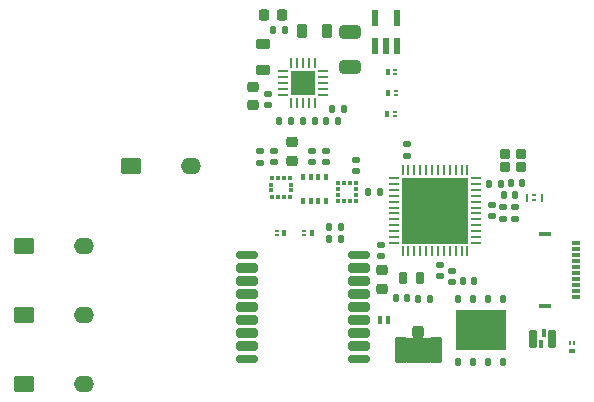
<source format=gbr>
%TF.GenerationSoftware,KiCad,Pcbnew,9.0.5*%
%TF.CreationDate,2025-10-31T14:43:10-07:00*%
%TF.ProjectId,digi_watch,64696769-5f77-4617-9463-682e6b696361,rev?*%
%TF.SameCoordinates,Original*%
%TF.FileFunction,Soldermask,Top*%
%TF.FilePolarity,Negative*%
%FSLAX46Y46*%
G04 Gerber Fmt 4.6, Leading zero omitted, Abs format (unit mm)*
G04 Created by KiCad (PCBNEW 9.0.5) date 2025-10-31 14:43:10*
%MOMM*%
%LPD*%
G01*
G04 APERTURE LIST*
G04 Aperture macros list*
%AMRoundRect*
0 Rectangle with rounded corners*
0 $1 Rounding radius*
0 $2 $3 $4 $5 $6 $7 $8 $9 X,Y pos of 4 corners*
0 Add a 4 corners polygon primitive as box body*
4,1,4,$2,$3,$4,$5,$6,$7,$8,$9,$2,$3,0*
0 Add four circle primitives for the rounded corners*
1,1,$1+$1,$2,$3*
1,1,$1+$1,$4,$5*
1,1,$1+$1,$6,$7*
1,1,$1+$1,$8,$9*
0 Add four rect primitives between the rounded corners*
20,1,$1+$1,$2,$3,$4,$5,0*
20,1,$1+$1,$4,$5,$6,$7,0*
20,1,$1+$1,$6,$7,$8,$9,0*
20,1,$1+$1,$8,$9,$2,$3,0*%
G04 Aperture macros list end*
%ADD10RoundRect,0.250000X0.650000X-0.325000X0.650000X0.325000X-0.650000X0.325000X-0.650000X-0.325000X0*%
%ADD11RoundRect,0.102000X-0.200000X-0.700000X0.200000X-0.700000X0.200000X0.700000X-0.200000X0.700000X0*%
%ADD12RoundRect,0.102000X-0.100000X-0.250000X0.100000X-0.250000X0.100000X0.250000X-0.100000X0.250000X0*%
%ADD13RoundRect,0.125000X0.125000X-0.250000X0.125000X0.250000X-0.125000X0.250000X-0.125000X-0.250000X0*%
%ADD14R,4.300000X3.400000*%
%ADD15RoundRect,0.150000X0.150000X0.400000X-0.150000X0.400000X-0.150000X-0.400000X0.150000X-0.400000X0*%
%ADD16RoundRect,0.225000X-0.250000X0.225000X-0.250000X-0.225000X0.250000X-0.225000X0.250000X0.225000X0*%
%ADD17RoundRect,0.135000X0.135000X0.185000X-0.135000X0.185000X-0.135000X-0.185000X0.135000X-0.185000X0*%
%ADD18RoundRect,0.225000X0.250000X-0.225000X0.250000X0.225000X-0.250000X0.225000X-0.250000X-0.225000X0*%
%ADD19RoundRect,0.140000X0.170000X-0.140000X0.170000X0.140000X-0.170000X0.140000X-0.170000X-0.140000X0*%
%ADD20RoundRect,0.140000X-0.140000X-0.170000X0.140000X-0.170000X0.140000X0.170000X-0.140000X0.170000X0*%
%ADD21RoundRect,0.175000X-0.725000X-0.175000X0.725000X-0.175000X0.725000X0.175000X-0.725000X0.175000X0*%
%ADD22RoundRect,0.200000X-0.700000X-0.200000X0.700000X-0.200000X0.700000X0.200000X-0.700000X0.200000X0*%
%ADD23RoundRect,0.249200X-0.600800X-0.450800X0.600800X-0.450800X0.600800X0.450800X-0.600800X0.450800X0*%
%ADD24O,1.700000X1.400000*%
%ADD25RoundRect,0.218750X0.381250X-0.218750X0.381250X0.218750X-0.381250X0.218750X-0.381250X-0.218750X0*%
%ADD26RoundRect,0.062500X-0.375000X-0.062500X0.375000X-0.062500X0.375000X0.062500X-0.375000X0.062500X0*%
%ADD27RoundRect,0.062500X-0.062500X-0.375000X0.062500X-0.375000X0.062500X0.375000X-0.062500X0.375000X0*%
%ADD28R,2.000000X2.000000*%
%ADD29RoundRect,0.062500X0.062500X-0.375000X0.062500X0.375000X-0.062500X0.375000X-0.062500X-0.375000X0*%
%ADD30RoundRect,0.062500X0.375000X-0.062500X0.375000X0.062500X-0.375000X0.062500X-0.375000X-0.062500X0*%
%ADD31R,5.600000X5.600000*%
%ADD32RoundRect,0.140000X-0.170000X0.140000X-0.170000X-0.140000X0.170000X-0.140000X0.170000X0.140000X0*%
%ADD33RoundRect,0.225000X-0.225000X-0.250000X0.225000X-0.250000X0.225000X0.250000X-0.225000X0.250000X0*%
%ADD34RoundRect,0.135000X-0.135000X-0.185000X0.135000X-0.185000X0.135000X0.185000X-0.135000X0.185000X0*%
%ADD35R,0.558800X1.320800*%
%ADD36R,0.354000X0.558000*%
%ADD37R,0.354000X0.202400*%
%ADD38R,0.279400X0.711200*%
%ADD39R,0.457200X0.254000*%
%ADD40RoundRect,0.250000X-0.250000X0.275000X-0.250000X-0.275000X0.250000X-0.275000X0.250000X0.275000X0*%
%ADD41RoundRect,0.250000X-0.275000X0.850000X-0.275000X-0.850000X0.275000X-0.850000X0.275000X0.850000X0*%
%ADD42RoundRect,0.218750X-0.218750X-0.381250X0.218750X-0.381250X0.218750X0.381250X-0.218750X0.381250X0*%
%ADD43RoundRect,0.050000X-0.150000X-0.300000X0.150000X-0.300000X0.150000X0.300000X-0.150000X0.300000X0*%
%ADD44RoundRect,0.200000X-0.250000X-0.200000X0.250000X-0.200000X0.250000X0.200000X-0.250000X0.200000X0*%
%ADD45RoundRect,0.147500X-0.147500X-0.172500X0.147500X-0.172500X0.147500X0.172500X-0.147500X0.172500X0*%
%ADD46R,0.375000X0.350000*%
%ADD47R,0.350000X0.375000*%
%ADD48RoundRect,0.140000X0.140000X0.170000X-0.140000X0.170000X-0.140000X-0.170000X0.140000X-0.170000X0*%
%ADD49R,0.355600X0.381000*%
%ADD50R,0.381000X0.355600*%
%ADD51R,0.558000X0.354000*%
%ADD52R,0.202400X0.354000*%
%ADD53R,0.700000X0.300000*%
%ADD54R,1.000000X0.300000*%
%ADD55R,0.350000X0.500000*%
G04 APERTURE END LIST*
%TO.C,J3*%
G36*
X129240000Y-109105000D02*
G01*
X127360000Y-109105000D01*
X127360000Y-111195000D01*
X129240000Y-111195000D01*
X129240000Y-109105000D01*
G37*
%TD*%
D10*
%TO.C,C7*%
X122500000Y-86162500D03*
X122500000Y-83212500D03*
%TD*%
D11*
%TO.C,Y3*%
X138000000Y-109150000D03*
D12*
X138700000Y-109600000D03*
D11*
X139600000Y-109150000D03*
D12*
X138900000Y-108700000D03*
%TD*%
D13*
%TO.C,U7*%
X131670000Y-111150000D03*
X132940000Y-111150000D03*
X134210000Y-111150000D03*
X135480000Y-111150000D03*
X135480000Y-105750000D03*
X134210000Y-105750000D03*
X132940000Y-105750000D03*
X131670000Y-105750000D03*
D14*
X133575000Y-108450000D03*
%TD*%
D15*
%TO.C,Y1*%
X128400000Y-104000000D03*
X127000000Y-104000000D03*
%TD*%
D16*
%TO.C,C25*%
X125200000Y-103375000D03*
X125200000Y-104925000D03*
%TD*%
D17*
%TO.C,R9*%
X121520000Y-90687500D03*
X120500000Y-90687500D03*
%TD*%
D18*
%TO.C,C19*%
X117600000Y-94075000D03*
X117600000Y-92525000D03*
%TD*%
D19*
%TO.C,C1*%
X125100000Y-102160000D03*
X125100000Y-101200000D03*
%TD*%
D20*
%TO.C,C17*%
X134290000Y-96030000D03*
X135250000Y-96030000D03*
%TD*%
D21*
%TO.C,U2*%
X113750000Y-102100000D03*
D22*
X113750000Y-103200000D03*
X113750000Y-104300000D03*
X113750000Y-105400000D03*
X113750000Y-106500000D03*
X113750000Y-107600000D03*
X113750000Y-108700000D03*
X113750000Y-109800000D03*
D21*
X113750000Y-110900000D03*
X123250000Y-110900000D03*
D22*
X123250000Y-109800000D03*
X123250000Y-108700000D03*
X123250000Y-107600000D03*
X123250000Y-106500000D03*
X123250000Y-105400000D03*
X123250000Y-104300000D03*
X123250000Y-103200000D03*
D21*
X123250000Y-102100000D03*
%TD*%
D23*
%TO.C,D2*%
X103960000Y-94500000D03*
D24*
X109040000Y-94500000D03*
%TD*%
D19*
%TO.C,C21*%
X114900000Y-94260000D03*
X114900000Y-93300000D03*
%TD*%
%TO.C,C20*%
X116100000Y-94180000D03*
X116100000Y-93220000D03*
%TD*%
D25*
%TO.C,L2*%
X115100000Y-86362500D03*
X115100000Y-84237500D03*
%TD*%
D26*
%TO.C,U1*%
X116812500Y-86500000D03*
X116812500Y-87000000D03*
X116812500Y-87500000D03*
X116812500Y-88000000D03*
X116812500Y-88500000D03*
D27*
X117500000Y-89187500D03*
X118000000Y-89187500D03*
X118500000Y-89187500D03*
X119000000Y-89187500D03*
X119500000Y-89187500D03*
D26*
X120187500Y-88500000D03*
X120187500Y-88000000D03*
X120187500Y-87500000D03*
X120187500Y-87000000D03*
X120187500Y-86500000D03*
D27*
X119500000Y-85812500D03*
X119000000Y-85812500D03*
X118500000Y-85812500D03*
X118000000Y-85812500D03*
X117500000Y-85812500D03*
D28*
X118500000Y-87500000D03*
%TD*%
D29*
%TO.C,U4*%
X126950000Y-101737500D03*
X127450000Y-101737500D03*
X127950000Y-101737500D03*
X128450000Y-101737500D03*
X128950000Y-101737500D03*
X129450000Y-101737500D03*
X129950000Y-101737500D03*
X130450000Y-101737500D03*
X130950000Y-101737500D03*
X131450000Y-101737500D03*
X131950000Y-101737500D03*
X132450000Y-101737500D03*
D30*
X133137500Y-101050000D03*
X133137500Y-100550000D03*
X133137500Y-100050000D03*
X133137500Y-99550000D03*
X133137500Y-99050000D03*
X133137500Y-98550000D03*
X133137500Y-98050000D03*
X133137500Y-97550000D03*
X133137500Y-97050000D03*
X133137500Y-96550000D03*
X133137500Y-96050000D03*
X133137500Y-95550000D03*
D29*
X132450000Y-94862500D03*
X131950000Y-94862500D03*
X131450000Y-94862500D03*
X130950000Y-94862500D03*
X130450000Y-94862500D03*
X129950000Y-94862500D03*
X129450000Y-94862500D03*
X128950000Y-94862500D03*
X128450000Y-94862500D03*
X127950000Y-94862500D03*
X127450000Y-94862500D03*
X126950000Y-94862500D03*
D30*
X126262500Y-95550000D03*
X126262500Y-96050000D03*
X126262500Y-96550000D03*
X126262500Y-97050000D03*
X126262500Y-97550000D03*
X126262500Y-98050000D03*
X126262500Y-98550000D03*
X126262500Y-99050000D03*
X126262500Y-99550000D03*
X126262500Y-100050000D03*
X126262500Y-100550000D03*
X126262500Y-101050000D03*
D31*
X129700000Y-98300000D03*
%TD*%
D32*
%TO.C,C2*%
X134500000Y-97840000D03*
X134500000Y-98800000D03*
%TD*%
D33*
%TO.C,C11*%
X115225000Y-81750000D03*
X116775000Y-81750000D03*
%TD*%
D23*
%TO.C,D5*%
X94920000Y-113000000D03*
D24*
X100000000Y-113000000D03*
%TD*%
D17*
%TO.C,R8*%
X122010000Y-89687500D03*
X120990000Y-89687500D03*
%TD*%
D34*
%TO.C,R6*%
X118490000Y-90687500D03*
X119510000Y-90687500D03*
%TD*%
D35*
%TO.C,U9*%
X124599998Y-84387600D03*
X125549999Y-84387600D03*
X126500000Y-84387600D03*
X126500000Y-82000000D03*
X124599998Y-82000000D03*
%TD*%
D36*
%TO.C,Q5*%
X125700000Y-86600000D03*
D37*
X126355200Y-86775000D03*
X126355200Y-86425000D03*
%TD*%
D38*
%TO.C,U8*%
X137500000Y-97200000D03*
D39*
X138109600Y-96971400D03*
D38*
X138719200Y-97200000D03*
D39*
X138109600Y-97428600D03*
%TD*%
D19*
%TO.C,C3*%
X127350000Y-93660000D03*
X127350000Y-92700000D03*
%TD*%
%TO.C,C6*%
X123000000Y-94960000D03*
X123000000Y-94000000D03*
%TD*%
D32*
%TO.C,C24*%
X131100000Y-103420000D03*
X131100000Y-104380000D03*
%TD*%
D20*
%TO.C,C18*%
X136120000Y-96000000D03*
X137080000Y-96000000D03*
%TD*%
D40*
%TO.C,J3*%
X128300000Y-108570000D03*
D41*
X129775000Y-110095000D03*
X126825000Y-110095000D03*
%TD*%
D19*
%TO.C,C5*%
X119300000Y-94180000D03*
X119300000Y-93220000D03*
%TD*%
D23*
%TO.C,D3*%
X94920000Y-101300000D03*
D24*
X100000000Y-101300000D03*
%TD*%
D42*
%TO.C,L1*%
X118437500Y-83100000D03*
X120562500Y-83100000D03*
%TD*%
D43*
%TO.C,D6*%
X125050000Y-107550000D03*
X125750000Y-107550000D03*
%TD*%
D44*
%TO.C,Y2*%
X135600000Y-94650000D03*
X137000000Y-94650000D03*
X137000000Y-93550000D03*
X135600000Y-93550000D03*
%TD*%
D34*
%TO.C,R12*%
X120690000Y-99700000D03*
X121710000Y-99700000D03*
%TD*%
D45*
%TO.C,L4*%
X135515000Y-97000000D03*
X136485000Y-97000000D03*
%TD*%
D46*
%TO.C,U5*%
X123000000Y-97500000D03*
X123000000Y-97000000D03*
X123000000Y-96500000D03*
X123000000Y-96000000D03*
D47*
X122487500Y-95987500D03*
X121987500Y-95987500D03*
D46*
X121475000Y-96000000D03*
X121475000Y-96500000D03*
X121475000Y-97000000D03*
X121475000Y-97500000D03*
D47*
X121987500Y-97512500D03*
X122487500Y-97512500D03*
%TD*%
D16*
%TO.C,C10*%
X114300000Y-87825000D03*
X114300000Y-89375000D03*
%TD*%
D48*
%TO.C,C8*%
X127360000Y-105700000D03*
X126400000Y-105700000D03*
%TD*%
D20*
%TO.C,C22*%
X132070000Y-104300000D03*
X133030000Y-104300000D03*
%TD*%
D49*
%TO.C,U6*%
X115888199Y-97188200D03*
X116388200Y-97188200D03*
X116888200Y-97188200D03*
X117388201Y-97188200D03*
D50*
X117476400Y-96600000D03*
X117476400Y-96100000D03*
D49*
X117388201Y-95511800D03*
X116888200Y-95511800D03*
X116388200Y-95511800D03*
X115888199Y-95511800D03*
D50*
X115800000Y-96100000D03*
X115800000Y-96600000D03*
%TD*%
D20*
%TO.C,C12*%
X116020000Y-83000000D03*
X116980000Y-83000000D03*
%TD*%
D32*
%TO.C,C14*%
X135500000Y-98020000D03*
X135500000Y-98980000D03*
%TD*%
D19*
%TO.C,C4*%
X120500000Y-94180000D03*
X120500000Y-93220000D03*
%TD*%
D51*
%TO.C,Q6*%
X141275000Y-110155200D03*
D52*
X141450000Y-109500000D03*
X141100000Y-109500000D03*
%TD*%
D53*
%TO.C,J1*%
X141650000Y-101090000D03*
X141650000Y-101589999D03*
X141650000Y-102090001D03*
X141650000Y-102590000D03*
X141650000Y-103089999D03*
X141650000Y-103590000D03*
X141650000Y-104089999D03*
X141650000Y-104590001D03*
X141650000Y-105090000D03*
X141650000Y-105589999D03*
D54*
X139000000Y-100300000D03*
X139000000Y-106379987D03*
%TD*%
D36*
%TO.C,Q3*%
X125675000Y-90125000D03*
D37*
X126330200Y-90300000D03*
X126330200Y-89950000D03*
%TD*%
D36*
%TO.C,Q2*%
X116955200Y-100225000D03*
D37*
X116300000Y-100050000D03*
X116300000Y-100400000D03*
%TD*%
D48*
%TO.C,C26*%
X125030000Y-96750000D03*
X124070000Y-96750000D03*
%TD*%
D34*
%TO.C,R7*%
X116480000Y-90687500D03*
X117500000Y-90687500D03*
%TD*%
D36*
%TO.C,Q4*%
X125744800Y-88375000D03*
D37*
X126400000Y-88550000D03*
X126400000Y-88200000D03*
%TD*%
D32*
%TO.C,C23*%
X115600000Y-88420000D03*
X115600000Y-89380000D03*
%TD*%
D23*
%TO.C,D4*%
X94920000Y-107150000D03*
D24*
X100000000Y-107150000D03*
%TD*%
D55*
%TO.C,U3*%
X120475000Y-97525000D03*
X119825000Y-97525000D03*
X119175000Y-97525000D03*
X118525000Y-97525000D03*
X118525000Y-95475000D03*
X119175000Y-95475000D03*
X119825000Y-95475000D03*
X120475000Y-95475000D03*
%TD*%
D34*
%TO.C,R11*%
X120700000Y-100700000D03*
X121720000Y-100700000D03*
%TD*%
D36*
%TO.C,Q1*%
X119255200Y-100225000D03*
D37*
X118600000Y-100050000D03*
X118600000Y-100400000D03*
%TD*%
D32*
%TO.C,C15*%
X136500000Y-98020000D03*
X136500000Y-98980000D03*
%TD*%
D20*
%TO.C,C9*%
X128300000Y-105750000D03*
X129260000Y-105750000D03*
%TD*%
D19*
%TO.C,C16*%
X130100000Y-103880000D03*
X130100000Y-102920000D03*
%TD*%
M02*

</source>
